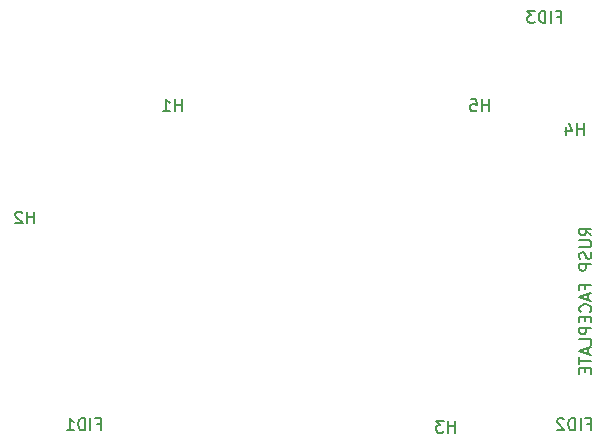
<source format=gbr>
G04 #@! TF.GenerationSoftware,KiCad,Pcbnew,5.1.6+dfsg1-1~bpo10+1*
G04 #@! TF.CreationDate,2021-04-20T21:14:46-04:00*
G04 #@! TF.ProjectId,RUSP_Faceplate,52555350-5f46-4616-9365-706c6174652e,rev?*
G04 #@! TF.SameCoordinates,Original*
G04 #@! TF.FileFunction,Legend,Bot*
G04 #@! TF.FilePolarity,Positive*
%FSLAX46Y46*%
G04 Gerber Fmt 4.6, Leading zero omitted, Abs format (unit mm)*
G04 Created by KiCad (PCBNEW 5.1.6+dfsg1-1~bpo10+1) date 2021-04-20 21:14:46*
%MOMM*%
%LPD*%
G01*
G04 APERTURE LIST*
%ADD10C,0.200000*%
%ADD11C,0.150000*%
G04 APERTURE END LIST*
D10*
X166244380Y-87132380D02*
X165768190Y-86799047D01*
X166244380Y-86560952D02*
X165244380Y-86560952D01*
X165244380Y-86941904D01*
X165292000Y-87037142D01*
X165339619Y-87084761D01*
X165434857Y-87132380D01*
X165577714Y-87132380D01*
X165672952Y-87084761D01*
X165720571Y-87037142D01*
X165768190Y-86941904D01*
X165768190Y-86560952D01*
X165244380Y-87560952D02*
X166053904Y-87560952D01*
X166149142Y-87608571D01*
X166196761Y-87656190D01*
X166244380Y-87751428D01*
X166244380Y-87941904D01*
X166196761Y-88037142D01*
X166149142Y-88084761D01*
X166053904Y-88132380D01*
X165244380Y-88132380D01*
X166196761Y-88560952D02*
X166244380Y-88703809D01*
X166244380Y-88941904D01*
X166196761Y-89037142D01*
X166149142Y-89084761D01*
X166053904Y-89132380D01*
X165958666Y-89132380D01*
X165863428Y-89084761D01*
X165815809Y-89037142D01*
X165768190Y-88941904D01*
X165720571Y-88751428D01*
X165672952Y-88656190D01*
X165625333Y-88608571D01*
X165530095Y-88560952D01*
X165434857Y-88560952D01*
X165339619Y-88608571D01*
X165292000Y-88656190D01*
X165244380Y-88751428D01*
X165244380Y-88989523D01*
X165292000Y-89132380D01*
X166244380Y-89560952D02*
X165244380Y-89560952D01*
X165244380Y-89941904D01*
X165292000Y-90037142D01*
X165339619Y-90084761D01*
X165434857Y-90132380D01*
X165577714Y-90132380D01*
X165672952Y-90084761D01*
X165720571Y-90037142D01*
X165768190Y-89941904D01*
X165768190Y-89560952D01*
X165720571Y-91656190D02*
X165720571Y-91322857D01*
X166244380Y-91322857D02*
X165244380Y-91322857D01*
X165244380Y-91799047D01*
X165958666Y-92132380D02*
X165958666Y-92608571D01*
X166244380Y-92037142D02*
X165244380Y-92370476D01*
X166244380Y-92703809D01*
X166149142Y-93608571D02*
X166196761Y-93560952D01*
X166244380Y-93418095D01*
X166244380Y-93322857D01*
X166196761Y-93180000D01*
X166101523Y-93084761D01*
X166006285Y-93037142D01*
X165815809Y-92989523D01*
X165672952Y-92989523D01*
X165482476Y-93037142D01*
X165387238Y-93084761D01*
X165292000Y-93180000D01*
X165244380Y-93322857D01*
X165244380Y-93418095D01*
X165292000Y-93560952D01*
X165339619Y-93608571D01*
X165720571Y-94037142D02*
X165720571Y-94370476D01*
X166244380Y-94513333D02*
X166244380Y-94037142D01*
X165244380Y-94037142D01*
X165244380Y-94513333D01*
X166244380Y-94941904D02*
X165244380Y-94941904D01*
X165244380Y-95322857D01*
X165292000Y-95418095D01*
X165339619Y-95465714D01*
X165434857Y-95513333D01*
X165577714Y-95513333D01*
X165672952Y-95465714D01*
X165720571Y-95418095D01*
X165768190Y-95322857D01*
X165768190Y-94941904D01*
X166244380Y-96418095D02*
X166244380Y-95941904D01*
X165244380Y-95941904D01*
X165958666Y-96703809D02*
X165958666Y-97180000D01*
X166244380Y-96608571D02*
X165244380Y-96941904D01*
X166244380Y-97275238D01*
X165244380Y-97465714D02*
X165244380Y-98037142D01*
X166244380Y-97751428D02*
X165244380Y-97751428D01*
X165720571Y-98370476D02*
X165720571Y-98703809D01*
X166244380Y-98846666D02*
X166244380Y-98370476D01*
X165244380Y-98370476D01*
X165244380Y-98846666D01*
G04 #@! TO.C,FID3*
D11*
X163363428Y-68608571D02*
X163696761Y-68608571D01*
X163696761Y-69132380D02*
X163696761Y-68132380D01*
X163220571Y-68132380D01*
X162839619Y-69132380D02*
X162839619Y-68132380D01*
X162363428Y-69132380D02*
X162363428Y-68132380D01*
X162125333Y-68132380D01*
X161982476Y-68180000D01*
X161887238Y-68275238D01*
X161839619Y-68370476D01*
X161792000Y-68560952D01*
X161792000Y-68703809D01*
X161839619Y-68894285D01*
X161887238Y-68989523D01*
X161982476Y-69084761D01*
X162125333Y-69132380D01*
X162363428Y-69132380D01*
X161458666Y-68132380D02*
X160839619Y-68132380D01*
X161172952Y-68513333D01*
X161030095Y-68513333D01*
X160934857Y-68560952D01*
X160887238Y-68608571D01*
X160839619Y-68703809D01*
X160839619Y-68941904D01*
X160887238Y-69037142D01*
X160934857Y-69084761D01*
X161030095Y-69132380D01*
X161315809Y-69132380D01*
X161411047Y-69084761D01*
X161458666Y-69037142D01*
G04 #@! TO.C,H1*
X131553904Y-76632380D02*
X131553904Y-75632380D01*
X131553904Y-76108571D02*
X130982476Y-76108571D01*
X130982476Y-76632380D02*
X130982476Y-75632380D01*
X129982476Y-76632380D02*
X130553904Y-76632380D01*
X130268190Y-76632380D02*
X130268190Y-75632380D01*
X130363428Y-75775238D01*
X130458666Y-75870476D01*
X130553904Y-75918095D01*
G04 #@! TO.C,H2*
X119053904Y-86132380D02*
X119053904Y-85132380D01*
X119053904Y-85608571D02*
X118482476Y-85608571D01*
X118482476Y-86132380D02*
X118482476Y-85132380D01*
X118053904Y-85227619D02*
X118006285Y-85180000D01*
X117911047Y-85132380D01*
X117672952Y-85132380D01*
X117577714Y-85180000D01*
X117530095Y-85227619D01*
X117482476Y-85322857D01*
X117482476Y-85418095D01*
X117530095Y-85560952D01*
X118101523Y-86132380D01*
X117482476Y-86132380D01*
G04 #@! TO.C,H3*
X154685904Y-103830380D02*
X154685904Y-102830380D01*
X154685904Y-103306571D02*
X154114476Y-103306571D01*
X154114476Y-103830380D02*
X154114476Y-102830380D01*
X153733523Y-102830380D02*
X153114476Y-102830380D01*
X153447809Y-103211333D01*
X153304952Y-103211333D01*
X153209714Y-103258952D01*
X153162095Y-103306571D01*
X153114476Y-103401809D01*
X153114476Y-103639904D01*
X153162095Y-103735142D01*
X153209714Y-103782761D01*
X153304952Y-103830380D01*
X153590666Y-103830380D01*
X153685904Y-103782761D01*
X153733523Y-103735142D01*
G04 #@! TO.C,H4*
X165607904Y-78632380D02*
X165607904Y-77632380D01*
X165607904Y-78108571D02*
X165036476Y-78108571D01*
X165036476Y-78632380D02*
X165036476Y-77632380D01*
X164131714Y-77965714D02*
X164131714Y-78632380D01*
X164369809Y-77584761D02*
X164607904Y-78299047D01*
X163988857Y-78299047D01*
G04 #@! TO.C,H5*
X157553904Y-76632380D02*
X157553904Y-75632380D01*
X157553904Y-76108571D02*
X156982476Y-76108571D01*
X156982476Y-76632380D02*
X156982476Y-75632380D01*
X156030095Y-75632380D02*
X156506285Y-75632380D01*
X156553904Y-76108571D01*
X156506285Y-76060952D01*
X156411047Y-76013333D01*
X156172952Y-76013333D01*
X156077714Y-76060952D01*
X156030095Y-76108571D01*
X155982476Y-76203809D01*
X155982476Y-76441904D01*
X156030095Y-76537142D01*
X156077714Y-76584761D01*
X156172952Y-76632380D01*
X156411047Y-76632380D01*
X156506285Y-76584761D01*
X156553904Y-76537142D01*
G04 #@! TO.C,FID1*
X124363428Y-103108571D02*
X124696761Y-103108571D01*
X124696761Y-103632380D02*
X124696761Y-102632380D01*
X124220571Y-102632380D01*
X123839619Y-103632380D02*
X123839619Y-102632380D01*
X123363428Y-103632380D02*
X123363428Y-102632380D01*
X123125333Y-102632380D01*
X122982476Y-102680000D01*
X122887238Y-102775238D01*
X122839619Y-102870476D01*
X122792000Y-103060952D01*
X122792000Y-103203809D01*
X122839619Y-103394285D01*
X122887238Y-103489523D01*
X122982476Y-103584761D01*
X123125333Y-103632380D01*
X123363428Y-103632380D01*
X121839619Y-103632380D02*
X122411047Y-103632380D01*
X122125333Y-103632380D02*
X122125333Y-102632380D01*
X122220571Y-102775238D01*
X122315809Y-102870476D01*
X122411047Y-102918095D01*
G04 #@! TO.C,FID2*
X165863428Y-103108571D02*
X166196761Y-103108571D01*
X166196761Y-103632380D02*
X166196761Y-102632380D01*
X165720571Y-102632380D01*
X165339619Y-103632380D02*
X165339619Y-102632380D01*
X164863428Y-103632380D02*
X164863428Y-102632380D01*
X164625333Y-102632380D01*
X164482476Y-102680000D01*
X164387238Y-102775238D01*
X164339619Y-102870476D01*
X164292000Y-103060952D01*
X164292000Y-103203809D01*
X164339619Y-103394285D01*
X164387238Y-103489523D01*
X164482476Y-103584761D01*
X164625333Y-103632380D01*
X164863428Y-103632380D01*
X163911047Y-102727619D02*
X163863428Y-102680000D01*
X163768190Y-102632380D01*
X163530095Y-102632380D01*
X163434857Y-102680000D01*
X163387238Y-102727619D01*
X163339619Y-102822857D01*
X163339619Y-102918095D01*
X163387238Y-103060952D01*
X163958666Y-103632380D01*
X163339619Y-103632380D01*
G04 #@! TD*
M02*

</source>
